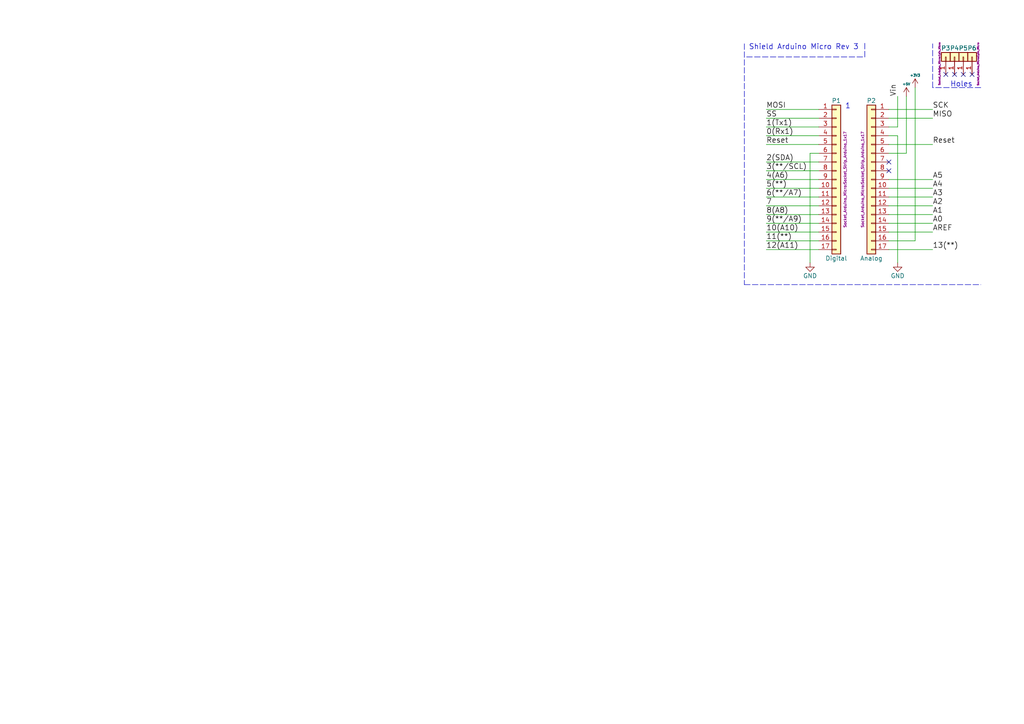
<source format=kicad_sch>
(kicad_sch (version 20210126) (generator eeschema)
  (paper "A4")
  (title_block (date "sam. 04 avril 2015"))
  (lib_symbols
    (symbol "Connector_Generic:Conn_01x01" (pin_names (offset 1.016) hide)
      (property "Reference" "J" (at 0 2.54 0))
      (property "Value" "Conn_01x01" (at 0 -2.54 0))
      (symbol "Conn_01x01_1_1"
        (rectangle (start -1.27 0.127) (end 0 -0.127) (stroke (width 0.1524)))
        (rectangle (start -1.27 1.27) (end 1.27 -1.27) (stroke (width 0.254)) (fill (type background)))
        (pin passive line (at -5.08 0 0) (length 3.81) (name "Pin_1") (number "1"))
      )
    )
    (symbol "Connector_Generic:Conn_01x17" (pin_names (offset 1.016) hide)
      (property "Reference" "J" (at 0 22.86 0))
      (property "Value" "Conn_01x17" (at 0 -22.86 0))
      (symbol "Conn_01x17_1_1"
        (rectangle (start -1.27 -4.953) (end 0 -5.207) (stroke (width 0.1524)))
        (rectangle (start -1.27 -7.493) (end 0 -7.747) (stroke (width 0.1524)))
        (rectangle (start -1.27 -10.033) (end 0 -10.287) (stroke (width 0.1524)))
        (rectangle (start -1.27 -12.573) (end 0 -12.827) (stroke (width 0.1524)))
        (rectangle (start -1.27 -15.113) (end 0 -15.367) (stroke (width 0.1524)))
        (rectangle (start -1.27 -17.653) (end 0 -17.907) (stroke (width 0.1524)))
        (rectangle (start -1.27 -20.193) (end 0 -20.447) (stroke (width 0.1524)))
        (rectangle (start -1.27 -2.413) (end 0 -2.667) (stroke (width 0.1524)))
        (rectangle (start -1.27 2.667) (end 0 2.413) (stroke (width 0.1524)))
        (rectangle (start -1.27 5.207) (end 0 4.953) (stroke (width 0.1524)))
        (rectangle (start -1.27 7.747) (end 0 7.493) (stroke (width 0.1524)))
        (rectangle (start -1.27 10.287) (end 0 10.033) (stroke (width 0.1524)))
        (rectangle (start -1.27 0.127) (end 0 -0.127) (stroke (width 0.1524)))
        (rectangle (start -1.27 12.827) (end 0 12.573) (stroke (width 0.1524)))
        (rectangle (start -1.27 15.367) (end 0 15.113) (stroke (width 0.1524)))
        (rectangle (start -1.27 17.907) (end 0 17.653) (stroke (width 0.1524)))
        (rectangle (start -1.27 20.447) (end 0 20.193) (stroke (width 0.1524)))
        (rectangle (start -1.27 21.59) (end 1.27 -21.59) (stroke (width 0.254)) (fill (type background)))
        (pin passive line (at -5.08 20.32 0) (length 3.81) (name "Pin_1") (number "1"))
        (pin passive line (at -5.08 -2.54 0) (length 3.81) (name "Pin_10") (number "10"))
        (pin passive line (at -5.08 -5.08 0) (length 3.81) (name "Pin_11") (number "11"))
        (pin passive line (at -5.08 -7.62 0) (length 3.81) (name "Pin_12") (number "12"))
        (pin passive line (at -5.08 -10.16 0) (length 3.81) (name "Pin_13") (number "13"))
        (pin passive line (at -5.08 -12.7 0) (length 3.81) (name "Pin_14") (number "14"))
        (pin passive line (at -5.08 -15.24 0) (length 3.81) (name "Pin_15") (number "15"))
        (pin passive line (at -5.08 -17.78 0) (length 3.81) (name "Pin_16") (number "16"))
        (pin passive line (at -5.08 -20.32 0) (length 3.81) (name "Pin_17") (number "17"))
        (pin passive line (at -5.08 17.78 0) (length 3.81) (name "Pin_2") (number "2"))
        (pin passive line (at -5.08 15.24 0) (length 3.81) (name "Pin_3") (number "3"))
        (pin passive line (at -5.08 12.7 0) (length 3.81) (name "Pin_4") (number "4"))
        (pin passive line (at -5.08 10.16 0) (length 3.81) (name "Pin_5") (number "5"))
        (pin passive line (at -5.08 7.62 0) (length 3.81) (name "Pin_6") (number "6"))
        (pin passive line (at -5.08 5.08 0) (length 3.81) (name "Pin_7") (number "7"))
        (pin passive line (at -5.08 2.54 0) (length 3.81) (name "Pin_8") (number "8"))
        (pin passive line (at -5.08 0 0) (length 3.81) (name "Pin_9") (number "9"))
      )
    )
    (symbol "power:+3V3" (power) (pin_names (offset 0))
      (property "Value" "+3V3" (at 0 3.556 0))
      (symbol "+3V3_0_1"
        (polyline (pts (xy -0.762 1.27) (xy 0 2.54)))
        (polyline (pts (xy 0 0) (xy 0 2.54)))
        (polyline (pts (xy 0 2.54) (xy 0.762 1.27)))
      )
      (symbol "+3V3_1_1"
        (pin power_in line (at 0 0 90) (length 0) hide (name "+3V3") (number "1"))
      )
    )
    (symbol "power:+5V" (power) (pin_names (offset 0))
      (property "Value" "+5V" (at 0 3.556 0))
      (symbol "+5V_0_1"
        (polyline (pts (xy -0.762 1.27) (xy 0 2.54)))
        (polyline (pts (xy 0 0) (xy 0 2.54)))
        (polyline (pts (xy 0 2.54) (xy 0.762 1.27)))
      )
      (symbol "+5V_1_1"
        (pin power_in line (at 0 0 90) (length 0) hide (name "+5V") (number "1"))
      )
    )
    (symbol "power:GND" (power) (pin_names (offset 0))
      (property "Value" "GND" (at 0 -3.81 0))
      (symbol "GND_0_1"
        (polyline (pts (xy 0 0) (xy 0 -1.27) (xy 1.27 -1.27) (xy 0 -2.54) (xy -1.27 -1.27) (xy 0 -1.27)))
      )
      (symbol "GND_1_1"
        (pin power_in line (at 0 0 270) (length 0) hide (name "GND") (number "1"))
      )
    )
  )
  (no_connect (at 257.81 46.99))
  (no_connect (at 257.81 49.53))
  (no_connect (at 274.32 21.59))
  (no_connect (at 276.86 21.59))
  (no_connect (at 279.4 21.59))
  (no_connect (at 281.94 21.59))
  (wire (pts (xy 222.25 31.75) (xy 237.49 31.75)))
  (wire (pts (xy 222.25 34.29) (xy 237.49 34.29)))
  (wire (pts (xy 222.25 36.83) (xy 237.49 36.83)))
  (wire (pts (xy 222.25 39.37) (xy 237.49 39.37)))
  (wire (pts (xy 222.25 41.91) (xy 237.49 41.91)))
  (wire (pts (xy 222.25 46.99) (xy 237.49 46.99)))
  (wire (pts (xy 222.25 49.53) (xy 237.49 49.53)))
  (wire (pts (xy 222.25 52.07) (xy 237.49 52.07)))
  (wire (pts (xy 222.25 54.61) (xy 237.49 54.61)))
  (wire (pts (xy 222.25 57.15) (xy 237.49 57.15)))
  (wire (pts (xy 222.25 59.69) (xy 237.49 59.69)))
  (wire (pts (xy 222.25 62.23) (xy 237.49 62.23)))
  (wire (pts (xy 222.25 64.77) (xy 237.49 64.77)))
  (wire (pts (xy 222.25 67.31) (xy 237.49 67.31)))
  (wire (pts (xy 222.25 69.85) (xy 237.49 69.85)))
  (wire (pts (xy 222.25 72.39) (xy 237.49 72.39)))
  (wire (pts (xy 234.95 44.45) (xy 234.95 76.2)))
  (wire (pts (xy 237.49 44.45) (xy 234.95 44.45)))
  (wire (pts (xy 257.81 34.29) (xy 270.51 34.29)))
  (wire (pts (xy 257.81 36.83) (xy 260.35 36.83)))
  (wire (pts (xy 257.81 39.37) (xy 260.35 39.37)))
  (wire (pts (xy 257.81 44.45) (xy 262.89 44.45)))
  (wire (pts (xy 257.81 54.61) (xy 270.51 54.61)))
  (wire (pts (xy 257.81 62.23) (xy 270.51 62.23)))
  (wire (pts (xy 257.81 67.31) (xy 270.51 67.31)))
  (wire (pts (xy 260.35 36.83) (xy 260.35 27.94)))
  (wire (pts (xy 260.35 39.37) (xy 260.35 76.2)))
  (wire (pts (xy 262.89 44.45) (xy 262.89 27.94)))
  (wire (pts (xy 265.43 25.4) (xy 265.43 69.85)))
  (wire (pts (xy 265.43 69.85) (xy 257.81 69.85)))
  (wire (pts (xy 270.51 31.75) (xy 257.81 31.75)))
  (wire (pts (xy 270.51 41.91) (xy 257.81 41.91)))
  (wire (pts (xy 270.51 52.07) (xy 257.81 52.07)))
  (wire (pts (xy 270.51 57.15) (xy 257.81 57.15)))
  (wire (pts (xy 270.51 59.69) (xy 257.81 59.69)))
  (wire (pts (xy 270.51 64.77) (xy 257.81 64.77)))
  (wire (pts (xy 270.51 72.39) (xy 257.81 72.39)))
  (polyline (pts (xy 215.9 12.7) (xy 215.9 82.55)) (stroke (width 0) (type dash)))
  (polyline (pts (xy 215.9 82.55) (xy 284.48 82.55)) (stroke (width 0) (type dash)))
  (polyline (pts (xy 216.535 16.51) (xy 250.825 16.51)) (stroke (width 0) (type dash)))
  (polyline (pts (xy 250.825 16.51) (xy 250.825 12.065)) (stroke (width 0) (type dash)))
  (polyline (pts (xy 270.51 25.4) (xy 270.51 12.7)) (stroke (width 0) (type dash)))
  (polyline (pts (xy 284.48 25.4) (xy 270.51 25.4)) (stroke (width 0) (type dash)))
  (text "Shield Arduino Micro Rev 3" (at 217.17 14.605 0) (effects (font (size 1.524 1.524)) (justify left bottom)))
  (text "1" (at 245.11 31.75 0) (effects (font (size 1.524 1.524)) (justify left bottom)))
  (text "Holes" (at 275.59 25.4 0) (effects (font (size 1.524 1.524)) (justify left bottom)))
  (label "MOSI" (at 222.25 31.75 0) (effects (font (size 1.524 1.524))))
  (label "SS" (at 222.25 34.29 0) (effects (font (size 1.524 1.524))))
  (label "1(Tx1)" (at 222.25 36.83 0) (effects (font (size 1.524 1.524))))
  (label "0(Rx1)" (at 222.25 39.37 0) (effects (font (size 1.524 1.524))))
  (label "Reset" (at 222.25 41.91 0) (effects (font (size 1.524 1.524))))
  (label "2(SDA)" (at 222.25 46.99 0) (effects (font (size 1.524 1.524))))
  (label "3(**/SCL)" (at 222.25 49.53 0) (effects (font (size 1.524 1.524))))
  (label "4(A6)" (at 222.25 52.07 0) (effects (font (size 1.524 1.524))))
  (label "5(**)" (at 222.25 54.61 0) (effects (font (size 1.524 1.524))))
  (label "6(**/A7)" (at 222.25 57.15 0) (effects (font (size 1.524 1.524))))
  (label "7" (at 222.25 59.69 0) (effects (font (size 1.524 1.524))))
  (label "8(A8)" (at 222.25 62.23 0) (effects (font (size 1.524 1.524))))
  (label "9(**/A9)" (at 222.25 64.77 0) (effects (font (size 1.524 1.524))))
  (label "10(A10)" (at 222.25 67.31 0) (effects (font (size 1.524 1.524))))
  (label "11(**)" (at 222.25 69.85 0) (effects (font (size 1.524 1.524))))
  (label "12(A11)" (at 222.25 72.39 0) (effects (font (size 1.524 1.524))))
  (label "Vin" (at 260.35 27.94 90) (effects (font (size 1.524 1.524))))
  (label "SCK" (at 270.51 31.75 0) (effects (font (size 1.524 1.524))))
  (label "MISO" (at 270.51 34.29 0) (effects (font (size 1.524 1.524))))
  (label "Reset" (at 270.51 41.91 0) (effects (font (size 1.524 1.524))))
  (label "A5" (at 270.51 52.07 0) (effects (font (size 1.524 1.524))))
  (label "A4" (at 270.51 54.61 0) (effects (font (size 1.524 1.524))))
  (label "A3" (at 270.51 57.15 0) (effects (font (size 1.524 1.524))))
  (label "A2" (at 270.51 59.69 0) (effects (font (size 1.524 1.524))))
  (label "A1" (at 270.51 62.23 0) (effects (font (size 1.524 1.524))))
  (label "A0" (at 270.51 64.77 0) (effects (font (size 1.524 1.524))))
  (label "AREF" (at 270.51 67.31 0) (effects (font (size 1.524 1.524))))
  (label "13(**)" (at 270.51 72.39 0) (effects (font (size 1.524 1.524))))
  (symbol (lib_id "power:+5V") (at 262.89 27.94 0) (unit 1)
    (property "Reference" "#PWR02" (effects hide))
    (property "Value" "+5V" (at 262.89 24.384 0) (effects (font (size 0.7112 0.7112))))
  )
  (symbol (lib_id "power:+3V3") (at 265.43 25.4 0) (unit 1)
    (property "Reference" "#PWR04" (effects hide))
    (property "Value" "+3.3V" (at 265.43 21.844 0) (effects (font (size 0.7112 0.7112))))
  )
  (symbol (lib_id "power:GND") (at 234.95 76.2 0) (unit 1)
    (property "Reference" "#PWR01" (effects hide))
    (property "Value" "GND" (at 234.95 80.01 0))
  )
  (symbol (lib_id "power:GND") (at 260.35 76.2 0) (unit 1)
    (property "Reference" "#PWR03" (effects hide))
    (property "Value" "GND" (at 260.35 80.01 0))
  )
  (symbol (lib_id "Connector_Generic:Conn_01x01") (at 274.32 16.51 90) (unit 1)
    (property "Reference" "P3" (at 274.32 13.97 90))
    (property "Value" "CONN_01X01" (effects hide))
    (property "Footprint" "Socket_Arduino_Micro:1pin_Micro" (at 272.4912 18.4912 0) (effects (font (size 0.508 0.508))))
  )
  (symbol (lib_id "Connector_Generic:Conn_01x01") (at 276.86 16.51 90) (unit 1)
    (property "Reference" "P4" (at 276.86 13.97 90))
    (property "Value" "CONN_01X01" (effects hide))
    (property "Footprint" "Socket_Arduino_Micro:1pin_Micro" (effects hide))
  )
  (symbol (lib_id "Connector_Generic:Conn_01x01") (at 279.4 16.51 90) (unit 1)
    (property "Reference" "P5" (at 279.4 13.97 90))
    (property "Value" "CONN_01X01" (effects hide))
    (property "Footprint" "Socket_Arduino_Micro:1pin_Micro" (effects hide))
  )
  (symbol (lib_id "Connector_Generic:Conn_01x01") (at 281.94 16.51 90) (unit 1)
    (property "Reference" "P6" (at 281.94 13.97 90))
    (property "Value" "CONN_01X01" (effects hide))
    (property "Footprint" "Socket_Arduino_Micro:1pin_Micro" (at 283.6926 18.5674 0) (effects (font (size 0.508 0.508))))
  )
  (symbol (lib_id "Connector_Generic:Conn_01x17") (at 242.57 52.07 0) (unit 1)
    (property "Reference" "P1" (at 242.57 29.21 0))
    (property "Value" "Digital" (at 242.57 74.93 0))
    (property "Footprint" "Socket_Arduino_Micro:Socket_Strip_Arduino_1x17" (at 245.11 52.07 90) (effects (font (size 0.762 0.762))))
  )
  (symbol (lib_id "Connector_Generic:Conn_01x17") (at 252.73 52.07 0) (mirror y) (unit 1)
    (property "Reference" "P2" (at 252.73 29.21 0))
    (property "Value" "Analog" (at 252.73 74.93 0))
    (property "Footprint" "Socket_Arduino_Micro:Socket_Strip_Arduino_1x17" (at 250.19 52.07 90) (effects (font (size 0.762 0.762))))
  )
)
</source>
